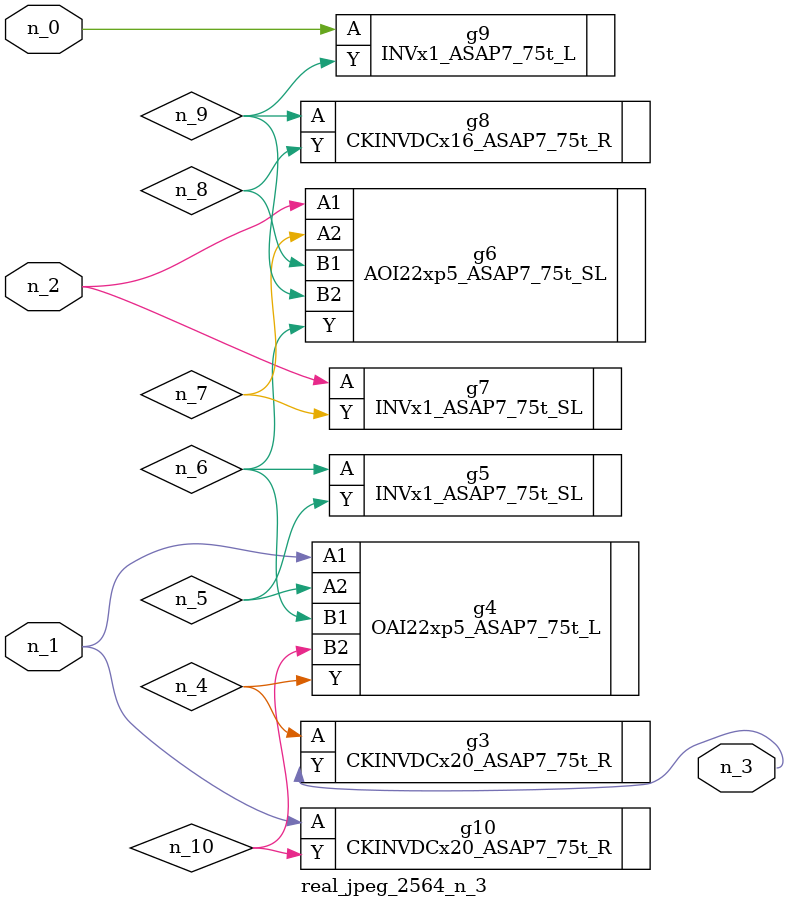
<source format=v>
module real_jpeg_2564_n_3 (n_1, n_0, n_2, n_3);

input n_1;
input n_0;
input n_2;

output n_3;

wire n_5;
wire n_8;
wire n_4;
wire n_6;
wire n_7;
wire n_10;
wire n_9;

INVx1_ASAP7_75t_L g9 ( 
.A(n_0),
.Y(n_9)
);

OAI22xp5_ASAP7_75t_L g4 ( 
.A1(n_1),
.A2(n_5),
.B1(n_6),
.B2(n_10),
.Y(n_4)
);

CKINVDCx20_ASAP7_75t_R g10 ( 
.A(n_1),
.Y(n_10)
);

AOI22xp5_ASAP7_75t_SL g6 ( 
.A1(n_2),
.A2(n_7),
.B1(n_8),
.B2(n_9),
.Y(n_6)
);

INVx1_ASAP7_75t_SL g7 ( 
.A(n_2),
.Y(n_7)
);

CKINVDCx20_ASAP7_75t_R g3 ( 
.A(n_4),
.Y(n_3)
);

INVx1_ASAP7_75t_SL g5 ( 
.A(n_6),
.Y(n_5)
);

CKINVDCx16_ASAP7_75t_R g8 ( 
.A(n_9),
.Y(n_8)
);


endmodule
</source>
